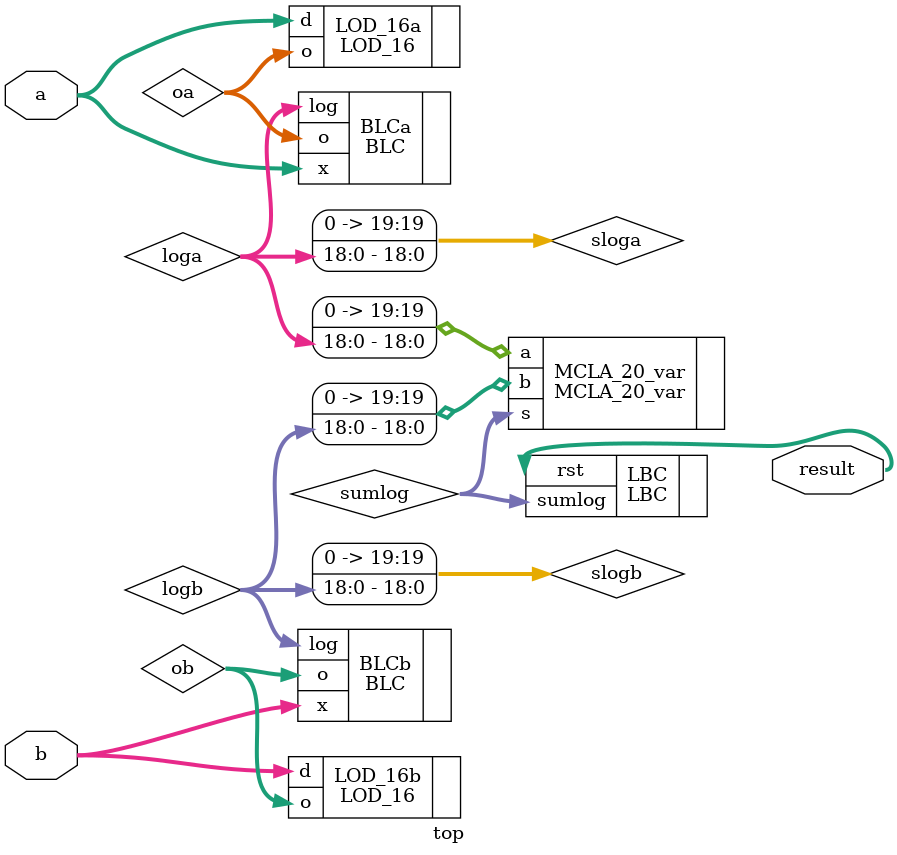
<source format=v>

module top
#(parameter
    n     = 16   //length of original number
)

(
    input  wire [n-1  :0] a,
    input  wire [n-1  :0] b,

    output wire [2*n-1:0] result
   
);
    wire [15:0] oa, ob;
    //wire [3 :0] ka, kb;
    wire [18:0] loga, logb;
    //wire [14:0] fa, fb;
    /* a */
    LOD_16 LOD_16a
    (
    .d(a),
    .o(oa)
    );
    BLC BLCa (
    .o(oa),
    .x(a),

    .log(loga)
    //.f(fa) 
	);
    /* b */
    LOD_16 LOD_16b
    (
    .d(b),
    .o(ob)
    );
    BLC BLCb (
    .o(ob),
    .x(b),

    .log(logb)
    //.f(fb) 
	);
    /* adder */
    wire [19:0] sloga, slogb;
    wire [19:0] sumlog;
    assign sloga = {1'b0, loga};
    assign slogb = {1'b0, logb};
    MCLA_20_var MCLA_20_var (
    .a(sloga),
    .b(slogb),
    .s(sumlog)
    );

    LBC LBC(
    .sumlog(sumlog),

    .rst(result)
    );

endmodule

</source>
